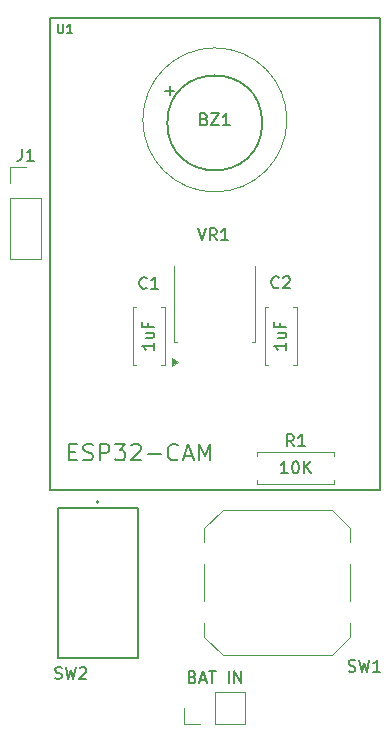
<source format=gbr>
%TF.GenerationSoftware,KiCad,Pcbnew,9.0.0*%
%TF.CreationDate,2025-08-24T16:33:36-07:00*%
%TF.ProjectId,sstv_backpack,73737476-5f62-4616-936b-7061636b2e6b,1.0*%
%TF.SameCoordinates,Original*%
%TF.FileFunction,Legend,Top*%
%TF.FilePolarity,Positive*%
%FSLAX46Y46*%
G04 Gerber Fmt 4.6, Leading zero omitted, Abs format (unit mm)*
G04 Created by KiCad (PCBNEW 9.0.0) date 2025-08-24 16:33:36*
%MOMM*%
%LPD*%
G01*
G04 APERTURE LIST*
%ADD10C,0.150000*%
%ADD11C,0.120000*%
%ADD12C,0.200000*%
%ADD13C,0.127000*%
G04 APERTURE END LIST*
D10*
X157350476Y-83869819D02*
X157683809Y-84869819D01*
X157683809Y-84869819D02*
X158017142Y-83869819D01*
X158921904Y-84869819D02*
X158588571Y-84393628D01*
X158350476Y-84869819D02*
X158350476Y-83869819D01*
X158350476Y-83869819D02*
X158731428Y-83869819D01*
X158731428Y-83869819D02*
X158826666Y-83917438D01*
X158826666Y-83917438D02*
X158874285Y-83965057D01*
X158874285Y-83965057D02*
X158921904Y-84060295D01*
X158921904Y-84060295D02*
X158921904Y-84203152D01*
X158921904Y-84203152D02*
X158874285Y-84298390D01*
X158874285Y-84298390D02*
X158826666Y-84346009D01*
X158826666Y-84346009D02*
X158731428Y-84393628D01*
X158731428Y-84393628D02*
X158350476Y-84393628D01*
X159874285Y-84869819D02*
X159302857Y-84869819D01*
X159588571Y-84869819D02*
X159588571Y-83869819D01*
X159588571Y-83869819D02*
X159493333Y-84012676D01*
X159493333Y-84012676D02*
X159398095Y-84107914D01*
X159398095Y-84107914D02*
X159302857Y-84155533D01*
X152995333Y-88878580D02*
X152947714Y-88926200D01*
X152947714Y-88926200D02*
X152804857Y-88973819D01*
X152804857Y-88973819D02*
X152709619Y-88973819D01*
X152709619Y-88973819D02*
X152566762Y-88926200D01*
X152566762Y-88926200D02*
X152471524Y-88830961D01*
X152471524Y-88830961D02*
X152423905Y-88735723D01*
X152423905Y-88735723D02*
X152376286Y-88545247D01*
X152376286Y-88545247D02*
X152376286Y-88402390D01*
X152376286Y-88402390D02*
X152423905Y-88211914D01*
X152423905Y-88211914D02*
X152471524Y-88116676D01*
X152471524Y-88116676D02*
X152566762Y-88021438D01*
X152566762Y-88021438D02*
X152709619Y-87973819D01*
X152709619Y-87973819D02*
X152804857Y-87973819D01*
X152804857Y-87973819D02*
X152947714Y-88021438D01*
X152947714Y-88021438D02*
X152995333Y-88069057D01*
X153947714Y-88973819D02*
X153376286Y-88973819D01*
X153662000Y-88973819D02*
X153662000Y-87973819D01*
X153662000Y-87973819D02*
X153566762Y-88116676D01*
X153566762Y-88116676D02*
X153471524Y-88211914D01*
X153471524Y-88211914D02*
X153376286Y-88259533D01*
X153616819Y-93559238D02*
X153616819Y-94130666D01*
X153616819Y-93844952D02*
X152616819Y-93844952D01*
X152616819Y-93844952D02*
X152759676Y-93940190D01*
X152759676Y-93940190D02*
X152854914Y-94035428D01*
X152854914Y-94035428D02*
X152902533Y-94130666D01*
X152950152Y-92702095D02*
X153616819Y-92702095D01*
X152950152Y-93130666D02*
X153473961Y-93130666D01*
X153473961Y-93130666D02*
X153569200Y-93083047D01*
X153569200Y-93083047D02*
X153616819Y-92987809D01*
X153616819Y-92987809D02*
X153616819Y-92844952D01*
X153616819Y-92844952D02*
X153569200Y-92749714D01*
X153569200Y-92749714D02*
X153521580Y-92702095D01*
X153093009Y-91892571D02*
X153093009Y-92225904D01*
X153616819Y-92225904D02*
X152616819Y-92225904D01*
X152616819Y-92225904D02*
X152616819Y-91749714D01*
X165441333Y-102308819D02*
X165108000Y-101832628D01*
X164869905Y-102308819D02*
X164869905Y-101308819D01*
X164869905Y-101308819D02*
X165250857Y-101308819D01*
X165250857Y-101308819D02*
X165346095Y-101356438D01*
X165346095Y-101356438D02*
X165393714Y-101404057D01*
X165393714Y-101404057D02*
X165441333Y-101499295D01*
X165441333Y-101499295D02*
X165441333Y-101642152D01*
X165441333Y-101642152D02*
X165393714Y-101737390D01*
X165393714Y-101737390D02*
X165346095Y-101785009D01*
X165346095Y-101785009D02*
X165250857Y-101832628D01*
X165250857Y-101832628D02*
X164869905Y-101832628D01*
X166393714Y-102308819D02*
X165822286Y-102308819D01*
X166108000Y-102308819D02*
X166108000Y-101308819D01*
X166108000Y-101308819D02*
X166012762Y-101451676D01*
X166012762Y-101451676D02*
X165917524Y-101546914D01*
X165917524Y-101546914D02*
X165822286Y-101594533D01*
X164917523Y-104594819D02*
X164346095Y-104594819D01*
X164631809Y-104594819D02*
X164631809Y-103594819D01*
X164631809Y-103594819D02*
X164536571Y-103737676D01*
X164536571Y-103737676D02*
X164441333Y-103832914D01*
X164441333Y-103832914D02*
X164346095Y-103880533D01*
X165536571Y-103594819D02*
X165631809Y-103594819D01*
X165631809Y-103594819D02*
X165727047Y-103642438D01*
X165727047Y-103642438D02*
X165774666Y-103690057D01*
X165774666Y-103690057D02*
X165822285Y-103785295D01*
X165822285Y-103785295D02*
X165869904Y-103975771D01*
X165869904Y-103975771D02*
X165869904Y-104213866D01*
X165869904Y-104213866D02*
X165822285Y-104404342D01*
X165822285Y-104404342D02*
X165774666Y-104499580D01*
X165774666Y-104499580D02*
X165727047Y-104547200D01*
X165727047Y-104547200D02*
X165631809Y-104594819D01*
X165631809Y-104594819D02*
X165536571Y-104594819D01*
X165536571Y-104594819D02*
X165441333Y-104547200D01*
X165441333Y-104547200D02*
X165393714Y-104499580D01*
X165393714Y-104499580D02*
X165346095Y-104404342D01*
X165346095Y-104404342D02*
X165298476Y-104213866D01*
X165298476Y-104213866D02*
X165298476Y-103975771D01*
X165298476Y-103975771D02*
X165346095Y-103785295D01*
X165346095Y-103785295D02*
X165393714Y-103690057D01*
X165393714Y-103690057D02*
X165441333Y-103642438D01*
X165441333Y-103642438D02*
X165536571Y-103594819D01*
X166298476Y-104594819D02*
X166298476Y-103594819D01*
X166869904Y-104594819D02*
X166441333Y-104023390D01*
X166869904Y-103594819D02*
X166298476Y-104166247D01*
X157869047Y-74607009D02*
X158011904Y-74654628D01*
X158011904Y-74654628D02*
X158059523Y-74702247D01*
X158059523Y-74702247D02*
X158107142Y-74797485D01*
X158107142Y-74797485D02*
X158107142Y-74940342D01*
X158107142Y-74940342D02*
X158059523Y-75035580D01*
X158059523Y-75035580D02*
X158011904Y-75083200D01*
X158011904Y-75083200D02*
X157916666Y-75130819D01*
X157916666Y-75130819D02*
X157535714Y-75130819D01*
X157535714Y-75130819D02*
X157535714Y-74130819D01*
X157535714Y-74130819D02*
X157869047Y-74130819D01*
X157869047Y-74130819D02*
X157964285Y-74178438D01*
X157964285Y-74178438D02*
X158011904Y-74226057D01*
X158011904Y-74226057D02*
X158059523Y-74321295D01*
X158059523Y-74321295D02*
X158059523Y-74416533D01*
X158059523Y-74416533D02*
X158011904Y-74511771D01*
X158011904Y-74511771D02*
X157964285Y-74559390D01*
X157964285Y-74559390D02*
X157869047Y-74607009D01*
X157869047Y-74607009D02*
X157535714Y-74607009D01*
X158440476Y-74130819D02*
X159107142Y-74130819D01*
X159107142Y-74130819D02*
X158440476Y-75130819D01*
X158440476Y-75130819D02*
X159107142Y-75130819D01*
X160011904Y-75130819D02*
X159440476Y-75130819D01*
X159726190Y-75130819D02*
X159726190Y-74130819D01*
X159726190Y-74130819D02*
X159630952Y-74273676D01*
X159630952Y-74273676D02*
X159535714Y-74368914D01*
X159535714Y-74368914D02*
X159440476Y-74416533D01*
X154569048Y-72209866D02*
X155330953Y-72209866D01*
X154950000Y-72590819D02*
X154950000Y-71828914D01*
X164171333Y-88838580D02*
X164123714Y-88886200D01*
X164123714Y-88886200D02*
X163980857Y-88933819D01*
X163980857Y-88933819D02*
X163885619Y-88933819D01*
X163885619Y-88933819D02*
X163742762Y-88886200D01*
X163742762Y-88886200D02*
X163647524Y-88790961D01*
X163647524Y-88790961D02*
X163599905Y-88695723D01*
X163599905Y-88695723D02*
X163552286Y-88505247D01*
X163552286Y-88505247D02*
X163552286Y-88362390D01*
X163552286Y-88362390D02*
X163599905Y-88171914D01*
X163599905Y-88171914D02*
X163647524Y-88076676D01*
X163647524Y-88076676D02*
X163742762Y-87981438D01*
X163742762Y-87981438D02*
X163885619Y-87933819D01*
X163885619Y-87933819D02*
X163980857Y-87933819D01*
X163980857Y-87933819D02*
X164123714Y-87981438D01*
X164123714Y-87981438D02*
X164171333Y-88029057D01*
X164552286Y-88029057D02*
X164599905Y-87981438D01*
X164599905Y-87981438D02*
X164695143Y-87933819D01*
X164695143Y-87933819D02*
X164933238Y-87933819D01*
X164933238Y-87933819D02*
X165028476Y-87981438D01*
X165028476Y-87981438D02*
X165076095Y-88029057D01*
X165076095Y-88029057D02*
X165123714Y-88124295D01*
X165123714Y-88124295D02*
X165123714Y-88219533D01*
X165123714Y-88219533D02*
X165076095Y-88362390D01*
X165076095Y-88362390D02*
X164504667Y-88933819D01*
X164504667Y-88933819D02*
X165123714Y-88933819D01*
X164792819Y-93559238D02*
X164792819Y-94130666D01*
X164792819Y-93844952D02*
X163792819Y-93844952D01*
X163792819Y-93844952D02*
X163935676Y-93940190D01*
X163935676Y-93940190D02*
X164030914Y-94035428D01*
X164030914Y-94035428D02*
X164078533Y-94130666D01*
X164126152Y-92702095D02*
X164792819Y-92702095D01*
X164126152Y-93130666D02*
X164649961Y-93130666D01*
X164649961Y-93130666D02*
X164745200Y-93083047D01*
X164745200Y-93083047D02*
X164792819Y-92987809D01*
X164792819Y-92987809D02*
X164792819Y-92844952D01*
X164792819Y-92844952D02*
X164745200Y-92749714D01*
X164745200Y-92749714D02*
X164697580Y-92702095D01*
X164269009Y-91892571D02*
X164269009Y-92225904D01*
X164792819Y-92225904D02*
X163792819Y-92225904D01*
X163792819Y-92225904D02*
X163792819Y-91749714D01*
X145224667Y-121947200D02*
X145367524Y-121994819D01*
X145367524Y-121994819D02*
X145605619Y-121994819D01*
X145605619Y-121994819D02*
X145700857Y-121947200D01*
X145700857Y-121947200D02*
X145748476Y-121899580D01*
X145748476Y-121899580D02*
X145796095Y-121804342D01*
X145796095Y-121804342D02*
X145796095Y-121709104D01*
X145796095Y-121709104D02*
X145748476Y-121613866D01*
X145748476Y-121613866D02*
X145700857Y-121566247D01*
X145700857Y-121566247D02*
X145605619Y-121518628D01*
X145605619Y-121518628D02*
X145415143Y-121471009D01*
X145415143Y-121471009D02*
X145319905Y-121423390D01*
X145319905Y-121423390D02*
X145272286Y-121375771D01*
X145272286Y-121375771D02*
X145224667Y-121280533D01*
X145224667Y-121280533D02*
X145224667Y-121185295D01*
X145224667Y-121185295D02*
X145272286Y-121090057D01*
X145272286Y-121090057D02*
X145319905Y-121042438D01*
X145319905Y-121042438D02*
X145415143Y-120994819D01*
X145415143Y-120994819D02*
X145653238Y-120994819D01*
X145653238Y-120994819D02*
X145796095Y-121042438D01*
X146129429Y-120994819D02*
X146367524Y-121994819D01*
X146367524Y-121994819D02*
X146558000Y-121280533D01*
X146558000Y-121280533D02*
X146748476Y-121994819D01*
X146748476Y-121994819D02*
X146986572Y-120994819D01*
X147319905Y-121090057D02*
X147367524Y-121042438D01*
X147367524Y-121042438D02*
X147462762Y-120994819D01*
X147462762Y-120994819D02*
X147700857Y-120994819D01*
X147700857Y-120994819D02*
X147796095Y-121042438D01*
X147796095Y-121042438D02*
X147843714Y-121090057D01*
X147843714Y-121090057D02*
X147891333Y-121185295D01*
X147891333Y-121185295D02*
X147891333Y-121280533D01*
X147891333Y-121280533D02*
X147843714Y-121423390D01*
X147843714Y-121423390D02*
X147272286Y-121994819D01*
X147272286Y-121994819D02*
X147891333Y-121994819D01*
X145450074Y-66561565D02*
X145450074Y-67198986D01*
X145450074Y-67198986D02*
X145487570Y-67273976D01*
X145487570Y-67273976D02*
X145525065Y-67311472D01*
X145525065Y-67311472D02*
X145600056Y-67348967D01*
X145600056Y-67348967D02*
X145750037Y-67348967D01*
X145750037Y-67348967D02*
X145825028Y-67311472D01*
X145825028Y-67311472D02*
X145862523Y-67273976D01*
X145862523Y-67273976D02*
X145900018Y-67198986D01*
X145900018Y-67198986D02*
X145900018Y-66561565D01*
X146687420Y-67348967D02*
X146237476Y-67348967D01*
X146462448Y-67348967D02*
X146462448Y-66561565D01*
X146462448Y-66561565D02*
X146387457Y-66674051D01*
X146387457Y-66674051D02*
X146312467Y-66749042D01*
X146312467Y-66749042D02*
X146237476Y-66786537D01*
X146433334Y-102776533D02*
X146900001Y-102776533D01*
X147100001Y-103509866D02*
X146433334Y-103509866D01*
X146433334Y-103509866D02*
X146433334Y-102109866D01*
X146433334Y-102109866D02*
X147100001Y-102109866D01*
X147633334Y-103443200D02*
X147833334Y-103509866D01*
X147833334Y-103509866D02*
X148166668Y-103509866D01*
X148166668Y-103509866D02*
X148300001Y-103443200D01*
X148300001Y-103443200D02*
X148366668Y-103376533D01*
X148366668Y-103376533D02*
X148433334Y-103243200D01*
X148433334Y-103243200D02*
X148433334Y-103109866D01*
X148433334Y-103109866D02*
X148366668Y-102976533D01*
X148366668Y-102976533D02*
X148300001Y-102909866D01*
X148300001Y-102909866D02*
X148166668Y-102843200D01*
X148166668Y-102843200D02*
X147900001Y-102776533D01*
X147900001Y-102776533D02*
X147766668Y-102709866D01*
X147766668Y-102709866D02*
X147700001Y-102643200D01*
X147700001Y-102643200D02*
X147633334Y-102509866D01*
X147633334Y-102509866D02*
X147633334Y-102376533D01*
X147633334Y-102376533D02*
X147700001Y-102243200D01*
X147700001Y-102243200D02*
X147766668Y-102176533D01*
X147766668Y-102176533D02*
X147900001Y-102109866D01*
X147900001Y-102109866D02*
X148233334Y-102109866D01*
X148233334Y-102109866D02*
X148433334Y-102176533D01*
X149033334Y-103509866D02*
X149033334Y-102109866D01*
X149033334Y-102109866D02*
X149566667Y-102109866D01*
X149566667Y-102109866D02*
X149700001Y-102176533D01*
X149700001Y-102176533D02*
X149766667Y-102243200D01*
X149766667Y-102243200D02*
X149833334Y-102376533D01*
X149833334Y-102376533D02*
X149833334Y-102576533D01*
X149833334Y-102576533D02*
X149766667Y-102709866D01*
X149766667Y-102709866D02*
X149700001Y-102776533D01*
X149700001Y-102776533D02*
X149566667Y-102843200D01*
X149566667Y-102843200D02*
X149033334Y-102843200D01*
X150300001Y-102109866D02*
X151166667Y-102109866D01*
X151166667Y-102109866D02*
X150700001Y-102643200D01*
X150700001Y-102643200D02*
X150900001Y-102643200D01*
X150900001Y-102643200D02*
X151033334Y-102709866D01*
X151033334Y-102709866D02*
X151100001Y-102776533D01*
X151100001Y-102776533D02*
X151166667Y-102909866D01*
X151166667Y-102909866D02*
X151166667Y-103243200D01*
X151166667Y-103243200D02*
X151100001Y-103376533D01*
X151100001Y-103376533D02*
X151033334Y-103443200D01*
X151033334Y-103443200D02*
X150900001Y-103509866D01*
X150900001Y-103509866D02*
X150500001Y-103509866D01*
X150500001Y-103509866D02*
X150366667Y-103443200D01*
X150366667Y-103443200D02*
X150300001Y-103376533D01*
X151700000Y-102243200D02*
X151766667Y-102176533D01*
X151766667Y-102176533D02*
X151900000Y-102109866D01*
X151900000Y-102109866D02*
X152233334Y-102109866D01*
X152233334Y-102109866D02*
X152366667Y-102176533D01*
X152366667Y-102176533D02*
X152433334Y-102243200D01*
X152433334Y-102243200D02*
X152500000Y-102376533D01*
X152500000Y-102376533D02*
X152500000Y-102509866D01*
X152500000Y-102509866D02*
X152433334Y-102709866D01*
X152433334Y-102709866D02*
X151633334Y-103509866D01*
X151633334Y-103509866D02*
X152500000Y-103509866D01*
X153100000Y-102976533D02*
X154166667Y-102976533D01*
X155633333Y-103376533D02*
X155566666Y-103443200D01*
X155566666Y-103443200D02*
X155366666Y-103509866D01*
X155366666Y-103509866D02*
X155233333Y-103509866D01*
X155233333Y-103509866D02*
X155033333Y-103443200D01*
X155033333Y-103443200D02*
X154900000Y-103309866D01*
X154900000Y-103309866D02*
X154833333Y-103176533D01*
X154833333Y-103176533D02*
X154766666Y-102909866D01*
X154766666Y-102909866D02*
X154766666Y-102709866D01*
X154766666Y-102709866D02*
X154833333Y-102443200D01*
X154833333Y-102443200D02*
X154900000Y-102309866D01*
X154900000Y-102309866D02*
X155033333Y-102176533D01*
X155033333Y-102176533D02*
X155233333Y-102109866D01*
X155233333Y-102109866D02*
X155366666Y-102109866D01*
X155366666Y-102109866D02*
X155566666Y-102176533D01*
X155566666Y-102176533D02*
X155633333Y-102243200D01*
X156166666Y-103109866D02*
X156833333Y-103109866D01*
X156033333Y-103509866D02*
X156500000Y-102109866D01*
X156500000Y-102109866D02*
X156966666Y-103509866D01*
X157433333Y-103509866D02*
X157433333Y-102109866D01*
X157433333Y-102109866D02*
X157900000Y-103109866D01*
X157900000Y-103109866D02*
X158366666Y-102109866D01*
X158366666Y-102109866D02*
X158366666Y-103509866D01*
X170078667Y-121351200D02*
X170221524Y-121398819D01*
X170221524Y-121398819D02*
X170459619Y-121398819D01*
X170459619Y-121398819D02*
X170554857Y-121351200D01*
X170554857Y-121351200D02*
X170602476Y-121303580D01*
X170602476Y-121303580D02*
X170650095Y-121208342D01*
X170650095Y-121208342D02*
X170650095Y-121113104D01*
X170650095Y-121113104D02*
X170602476Y-121017866D01*
X170602476Y-121017866D02*
X170554857Y-120970247D01*
X170554857Y-120970247D02*
X170459619Y-120922628D01*
X170459619Y-120922628D02*
X170269143Y-120875009D01*
X170269143Y-120875009D02*
X170173905Y-120827390D01*
X170173905Y-120827390D02*
X170126286Y-120779771D01*
X170126286Y-120779771D02*
X170078667Y-120684533D01*
X170078667Y-120684533D02*
X170078667Y-120589295D01*
X170078667Y-120589295D02*
X170126286Y-120494057D01*
X170126286Y-120494057D02*
X170173905Y-120446438D01*
X170173905Y-120446438D02*
X170269143Y-120398819D01*
X170269143Y-120398819D02*
X170507238Y-120398819D01*
X170507238Y-120398819D02*
X170650095Y-120446438D01*
X170983429Y-120398819D02*
X171221524Y-121398819D01*
X171221524Y-121398819D02*
X171412000Y-120684533D01*
X171412000Y-120684533D02*
X171602476Y-121398819D01*
X171602476Y-121398819D02*
X171840572Y-120398819D01*
X172745333Y-121398819D02*
X172173905Y-121398819D01*
X172459619Y-121398819D02*
X172459619Y-120398819D01*
X172459619Y-120398819D02*
X172364381Y-120541676D01*
X172364381Y-120541676D02*
X172269143Y-120636914D01*
X172269143Y-120636914D02*
X172173905Y-120684533D01*
X142414666Y-77134819D02*
X142414666Y-77849104D01*
X142414666Y-77849104D02*
X142367047Y-77991961D01*
X142367047Y-77991961D02*
X142271809Y-78087200D01*
X142271809Y-78087200D02*
X142128952Y-78134819D01*
X142128952Y-78134819D02*
X142033714Y-78134819D01*
X143414666Y-78134819D02*
X142843238Y-78134819D01*
X143128952Y-78134819D02*
X143128952Y-77134819D01*
X143128952Y-77134819D02*
X143033714Y-77277676D01*
X143033714Y-77277676D02*
X142938476Y-77372914D01*
X142938476Y-77372914D02*
X142843238Y-77420533D01*
X156874047Y-121851009D02*
X157016904Y-121898628D01*
X157016904Y-121898628D02*
X157064523Y-121946247D01*
X157064523Y-121946247D02*
X157112142Y-122041485D01*
X157112142Y-122041485D02*
X157112142Y-122184342D01*
X157112142Y-122184342D02*
X157064523Y-122279580D01*
X157064523Y-122279580D02*
X157016904Y-122327200D01*
X157016904Y-122327200D02*
X156921666Y-122374819D01*
X156921666Y-122374819D02*
X156540714Y-122374819D01*
X156540714Y-122374819D02*
X156540714Y-121374819D01*
X156540714Y-121374819D02*
X156874047Y-121374819D01*
X156874047Y-121374819D02*
X156969285Y-121422438D01*
X156969285Y-121422438D02*
X157016904Y-121470057D01*
X157016904Y-121470057D02*
X157064523Y-121565295D01*
X157064523Y-121565295D02*
X157064523Y-121660533D01*
X157064523Y-121660533D02*
X157016904Y-121755771D01*
X157016904Y-121755771D02*
X156969285Y-121803390D01*
X156969285Y-121803390D02*
X156874047Y-121851009D01*
X156874047Y-121851009D02*
X156540714Y-121851009D01*
X157493095Y-122089104D02*
X157969285Y-122089104D01*
X157397857Y-122374819D02*
X157731190Y-121374819D01*
X157731190Y-121374819D02*
X158064523Y-122374819D01*
X158255000Y-121374819D02*
X158826428Y-121374819D01*
X158540714Y-122374819D02*
X158540714Y-121374819D01*
X159921667Y-122374819D02*
X159921667Y-121374819D01*
X160397857Y-122374819D02*
X160397857Y-121374819D01*
X160397857Y-121374819D02*
X160969285Y-122374819D01*
X160969285Y-122374819D02*
X160969285Y-121374819D01*
D11*
%TO.C,VR1*%
X155610000Y-95210000D02*
X155140000Y-95550000D01*
X155140000Y-94870000D01*
X155610000Y-95210000D01*
G36*
X155610000Y-95210000D02*
G01*
X155140000Y-95550000D01*
X155140000Y-94870000D01*
X155610000Y-95210000D01*
G37*
X162200000Y-87060000D02*
X162200000Y-93480000D01*
X155300000Y-87060000D02*
X155300000Y-93480000D01*
X162200000Y-93480000D02*
X161930000Y-93480000D01*
X155300000Y-93480000D02*
X155570000Y-93480000D01*
%TO.C,C1*%
X154217000Y-90494000D02*
X154532000Y-90494000D01*
X151792000Y-90494000D02*
X152107000Y-90494000D01*
X154532000Y-95434000D02*
X154532000Y-90494000D01*
X154217000Y-95434000D02*
X154532000Y-95434000D01*
X151792000Y-95434000D02*
X151792000Y-90494000D01*
X151792000Y-95434000D02*
X152107000Y-95434000D01*
%TO.C,R1*%
X162338000Y-102770000D02*
X162338000Y-103100000D01*
X162338000Y-105510000D02*
X162338000Y-105180000D01*
X168878000Y-102770000D02*
X162338000Y-102770000D01*
X168878000Y-103100000D02*
X168878000Y-102770000D01*
X168878000Y-105180000D02*
X168878000Y-105510000D01*
X168878000Y-105510000D02*
X162338000Y-105510000D01*
%TO.C,BZ1*%
X164860000Y-74676000D02*
G75*
G02*
X152660000Y-74676000I-6100000J0D01*
G01*
X152660000Y-74676000D02*
G75*
G02*
X164860000Y-74676000I6100000J0D01*
G01*
%TO.C,C2*%
X165393000Y-90494000D02*
X165708000Y-90494000D01*
X162968000Y-90494000D02*
X163283000Y-90494000D01*
X165708000Y-95434000D02*
X165708000Y-90494000D01*
X165393000Y-95434000D02*
X165708000Y-95434000D01*
X162968000Y-95434000D02*
X162968000Y-90494000D01*
X162968000Y-95434000D02*
X163283000Y-95434000D01*
D12*
%TO.C,SW2*%
X148944000Y-107020000D02*
G75*
G02*
X148744000Y-107020000I-100000J0D01*
G01*
X148744000Y-107020000D02*
G75*
G02*
X148944000Y-107020000I100000J0D01*
G01*
D13*
X152244000Y-120270000D02*
X152244000Y-107570000D01*
X145444000Y-120270000D02*
X152244000Y-120270000D01*
X145444000Y-107570000D02*
X145444000Y-120270000D01*
X152244000Y-107570000D02*
X145444000Y-107570000D01*
%TO.C,U1*%
X162766090Y-74930000D02*
G75*
G02*
X154733910Y-74930000I-4016090J0D01*
G01*
X154733910Y-74930000D02*
G75*
G02*
X162766090Y-74930000I4016090J0D01*
G01*
X144780000Y-106045000D02*
X172720000Y-106045000D01*
X144780000Y-66040000D02*
X144780000Y-106045000D01*
X172720000Y-66040000D02*
X144780000Y-66040000D01*
X172720000Y-106045000D02*
X172720000Y-66040000D01*
D11*
%TO.C,SW1*%
X157846000Y-109232000D02*
X159446000Y-107682000D01*
X157846000Y-110382000D02*
X157846000Y-109232000D01*
X157846000Y-112282000D02*
X157846000Y-115382000D01*
X157846000Y-117282000D02*
X157846000Y-118432000D01*
X157846000Y-118432000D02*
X159446000Y-119982000D01*
X159446000Y-107682000D02*
X168646000Y-107682000D01*
X159446000Y-119982000D02*
X168646000Y-119982000D01*
X168646000Y-107682000D02*
X170246000Y-109232000D01*
X168646000Y-119982000D02*
X170246000Y-118432000D01*
X170246000Y-110382000D02*
X170246000Y-109232000D01*
X170246000Y-112282000D02*
X170246000Y-115382000D01*
X170246000Y-117282000D02*
X170246000Y-118432000D01*
%TO.C,J1*%
X144078000Y-81280000D02*
X144078000Y-86420000D01*
X141418000Y-86420000D02*
X144078000Y-86420000D01*
X141418000Y-81280000D02*
X144078000Y-81280000D01*
X141418000Y-81280000D02*
X141418000Y-86420000D01*
X141418000Y-80010000D02*
X141418000Y-78680000D01*
X141418000Y-78680000D02*
X142748000Y-78680000D01*
%TO.C,BAT IN*%
X158750000Y-123130000D02*
X161350000Y-123130000D01*
X161350000Y-125790000D02*
X161350000Y-123130000D01*
X158750000Y-125790000D02*
X158750000Y-123130000D01*
X158750000Y-125790000D02*
X161350000Y-125790000D01*
X157480000Y-125790000D02*
X156150000Y-125790000D01*
X156150000Y-125790000D02*
X156150000Y-124460000D01*
%TD*%
M02*

</source>
